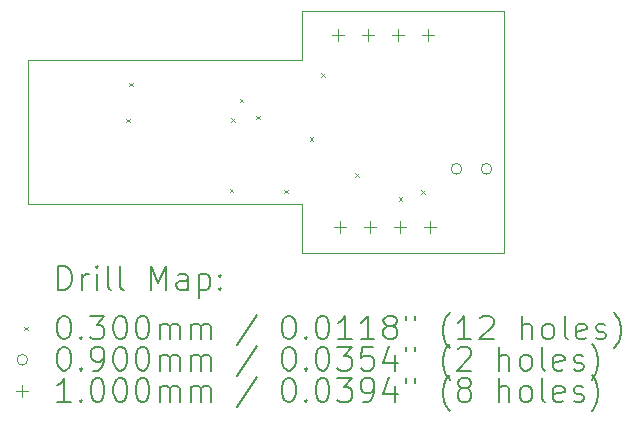
<source format=gbr>
%TF.GenerationSoftware,KiCad,Pcbnew,9.0.1*%
%TF.CreationDate,2025-11-17T22:13:45+05:30*%
%TF.ProjectId,Project_1,50726f6a-6563-4745-9f31-2e6b69636164,rev?*%
%TF.SameCoordinates,Original*%
%TF.FileFunction,Drillmap*%
%TF.FilePolarity,Positive*%
%FSLAX45Y45*%
G04 Gerber Fmt 4.5, Leading zero omitted, Abs format (unit mm)*
G04 Created by KiCad (PCBNEW 9.0.1) date 2025-11-17 22:13:45*
%MOMM*%
%LPD*%
G01*
G04 APERTURE LIST*
%ADD10C,0.050000*%
%ADD11C,0.200000*%
%ADD12C,0.100000*%
G04 APERTURE END LIST*
D10*
X11445000Y-7110000D02*
X13770000Y-7110000D01*
X13770000Y-8745000D02*
X15475000Y-8745000D01*
X11445000Y-7110000D02*
X11445000Y-8330000D01*
X13770000Y-8330000D02*
X13770000Y-8745000D01*
X11445000Y-8330000D02*
X13770000Y-8330000D01*
X13770000Y-6695000D02*
X15475000Y-6695000D01*
X13770000Y-7110000D02*
X13770000Y-6695000D01*
X15475000Y-6695000D02*
X15475000Y-8745000D01*
D11*
D12*
X12280000Y-7610000D02*
X12310000Y-7640000D01*
X12310000Y-7610000D02*
X12280000Y-7640000D01*
X12305000Y-7305000D02*
X12335000Y-7335000D01*
X12335000Y-7305000D02*
X12305000Y-7335000D01*
X13155000Y-8205000D02*
X13185000Y-8235000D01*
X13185000Y-8205000D02*
X13155000Y-8235000D01*
X13165000Y-7605000D02*
X13195000Y-7635000D01*
X13195000Y-7605000D02*
X13165000Y-7635000D01*
X13240000Y-7440000D02*
X13270000Y-7470000D01*
X13270000Y-7440000D02*
X13240000Y-7470000D01*
X13380000Y-7585000D02*
X13410000Y-7615000D01*
X13410000Y-7585000D02*
X13380000Y-7615000D01*
X13615000Y-8210000D02*
X13645000Y-8240000D01*
X13645000Y-8210000D02*
X13615000Y-8240000D01*
X13830000Y-7765000D02*
X13860000Y-7795000D01*
X13860000Y-7765000D02*
X13830000Y-7795000D01*
X13930000Y-7225000D02*
X13960000Y-7255000D01*
X13960000Y-7225000D02*
X13930000Y-7255000D01*
X14215000Y-8070000D02*
X14245000Y-8100000D01*
X14245000Y-8070000D02*
X14215000Y-8100000D01*
X14585000Y-8275000D02*
X14615000Y-8305000D01*
X14615000Y-8275000D02*
X14585000Y-8305000D01*
X14775000Y-8215000D02*
X14805000Y-8245000D01*
X14805000Y-8215000D02*
X14775000Y-8245000D01*
X15118000Y-8035000D02*
G75*
G02*
X15028000Y-8035000I-45000J0D01*
G01*
X15028000Y-8035000D02*
G75*
G02*
X15118000Y-8035000I45000J0D01*
G01*
X15372000Y-8035000D02*
G75*
G02*
X15282000Y-8035000I-45000J0D01*
G01*
X15282000Y-8035000D02*
G75*
G02*
X15372000Y-8035000I45000J0D01*
G01*
X14073000Y-6850000D02*
X14073000Y-6950000D01*
X14023000Y-6900000D02*
X14123000Y-6900000D01*
X14089000Y-8475000D02*
X14089000Y-8575000D01*
X14039000Y-8525000D02*
X14139000Y-8525000D01*
X14327000Y-6850000D02*
X14327000Y-6950000D01*
X14277000Y-6900000D02*
X14377000Y-6900000D01*
X14343000Y-8475000D02*
X14343000Y-8575000D01*
X14293000Y-8525000D02*
X14393000Y-8525000D01*
X14581000Y-6850000D02*
X14581000Y-6950000D01*
X14531000Y-6900000D02*
X14631000Y-6900000D01*
X14597000Y-8475000D02*
X14597000Y-8575000D01*
X14547000Y-8525000D02*
X14647000Y-8525000D01*
X14835000Y-6850000D02*
X14835000Y-6950000D01*
X14785000Y-6900000D02*
X14885000Y-6900000D01*
X14851000Y-8475000D02*
X14851000Y-8575000D01*
X14801000Y-8525000D02*
X14901000Y-8525000D01*
D11*
X11703277Y-9058984D02*
X11703277Y-8858984D01*
X11703277Y-8858984D02*
X11750896Y-8858984D01*
X11750896Y-8858984D02*
X11779467Y-8868508D01*
X11779467Y-8868508D02*
X11798515Y-8887555D01*
X11798515Y-8887555D02*
X11808039Y-8906603D01*
X11808039Y-8906603D02*
X11817562Y-8944698D01*
X11817562Y-8944698D02*
X11817562Y-8973270D01*
X11817562Y-8973270D02*
X11808039Y-9011365D01*
X11808039Y-9011365D02*
X11798515Y-9030412D01*
X11798515Y-9030412D02*
X11779467Y-9049460D01*
X11779467Y-9049460D02*
X11750896Y-9058984D01*
X11750896Y-9058984D02*
X11703277Y-9058984D01*
X11903277Y-9058984D02*
X11903277Y-8925650D01*
X11903277Y-8963746D02*
X11912801Y-8944698D01*
X11912801Y-8944698D02*
X11922324Y-8935174D01*
X11922324Y-8935174D02*
X11941372Y-8925650D01*
X11941372Y-8925650D02*
X11960420Y-8925650D01*
X12027086Y-9058984D02*
X12027086Y-8925650D01*
X12027086Y-8858984D02*
X12017562Y-8868508D01*
X12017562Y-8868508D02*
X12027086Y-8878031D01*
X12027086Y-8878031D02*
X12036610Y-8868508D01*
X12036610Y-8868508D02*
X12027086Y-8858984D01*
X12027086Y-8858984D02*
X12027086Y-8878031D01*
X12150896Y-9058984D02*
X12131848Y-9049460D01*
X12131848Y-9049460D02*
X12122324Y-9030412D01*
X12122324Y-9030412D02*
X12122324Y-8858984D01*
X12255658Y-9058984D02*
X12236610Y-9049460D01*
X12236610Y-9049460D02*
X12227086Y-9030412D01*
X12227086Y-9030412D02*
X12227086Y-8858984D01*
X12484229Y-9058984D02*
X12484229Y-8858984D01*
X12484229Y-8858984D02*
X12550896Y-9001841D01*
X12550896Y-9001841D02*
X12617562Y-8858984D01*
X12617562Y-8858984D02*
X12617562Y-9058984D01*
X12798515Y-9058984D02*
X12798515Y-8954222D01*
X12798515Y-8954222D02*
X12788991Y-8935174D01*
X12788991Y-8935174D02*
X12769943Y-8925650D01*
X12769943Y-8925650D02*
X12731848Y-8925650D01*
X12731848Y-8925650D02*
X12712801Y-8935174D01*
X12798515Y-9049460D02*
X12779467Y-9058984D01*
X12779467Y-9058984D02*
X12731848Y-9058984D01*
X12731848Y-9058984D02*
X12712801Y-9049460D01*
X12712801Y-9049460D02*
X12703277Y-9030412D01*
X12703277Y-9030412D02*
X12703277Y-9011365D01*
X12703277Y-9011365D02*
X12712801Y-8992317D01*
X12712801Y-8992317D02*
X12731848Y-8982793D01*
X12731848Y-8982793D02*
X12779467Y-8982793D01*
X12779467Y-8982793D02*
X12798515Y-8973270D01*
X12893753Y-8925650D02*
X12893753Y-9125650D01*
X12893753Y-8935174D02*
X12912801Y-8925650D01*
X12912801Y-8925650D02*
X12950896Y-8925650D01*
X12950896Y-8925650D02*
X12969943Y-8935174D01*
X12969943Y-8935174D02*
X12979467Y-8944698D01*
X12979467Y-8944698D02*
X12988991Y-8963746D01*
X12988991Y-8963746D02*
X12988991Y-9020889D01*
X12988991Y-9020889D02*
X12979467Y-9039936D01*
X12979467Y-9039936D02*
X12969943Y-9049460D01*
X12969943Y-9049460D02*
X12950896Y-9058984D01*
X12950896Y-9058984D02*
X12912801Y-9058984D01*
X12912801Y-9058984D02*
X12893753Y-9049460D01*
X13074705Y-9039936D02*
X13084229Y-9049460D01*
X13084229Y-9049460D02*
X13074705Y-9058984D01*
X13074705Y-9058984D02*
X13065182Y-9049460D01*
X13065182Y-9049460D02*
X13074705Y-9039936D01*
X13074705Y-9039936D02*
X13074705Y-9058984D01*
X13074705Y-8935174D02*
X13084229Y-8944698D01*
X13084229Y-8944698D02*
X13074705Y-8954222D01*
X13074705Y-8954222D02*
X13065182Y-8944698D01*
X13065182Y-8944698D02*
X13074705Y-8935174D01*
X13074705Y-8935174D02*
X13074705Y-8954222D01*
D12*
X11412500Y-9372500D02*
X11442500Y-9402500D01*
X11442500Y-9372500D02*
X11412500Y-9402500D01*
D11*
X11741372Y-9278984D02*
X11760420Y-9278984D01*
X11760420Y-9278984D02*
X11779467Y-9288508D01*
X11779467Y-9288508D02*
X11788991Y-9298031D01*
X11788991Y-9298031D02*
X11798515Y-9317079D01*
X11798515Y-9317079D02*
X11808039Y-9355174D01*
X11808039Y-9355174D02*
X11808039Y-9402793D01*
X11808039Y-9402793D02*
X11798515Y-9440889D01*
X11798515Y-9440889D02*
X11788991Y-9459936D01*
X11788991Y-9459936D02*
X11779467Y-9469460D01*
X11779467Y-9469460D02*
X11760420Y-9478984D01*
X11760420Y-9478984D02*
X11741372Y-9478984D01*
X11741372Y-9478984D02*
X11722324Y-9469460D01*
X11722324Y-9469460D02*
X11712801Y-9459936D01*
X11712801Y-9459936D02*
X11703277Y-9440889D01*
X11703277Y-9440889D02*
X11693753Y-9402793D01*
X11693753Y-9402793D02*
X11693753Y-9355174D01*
X11693753Y-9355174D02*
X11703277Y-9317079D01*
X11703277Y-9317079D02*
X11712801Y-9298031D01*
X11712801Y-9298031D02*
X11722324Y-9288508D01*
X11722324Y-9288508D02*
X11741372Y-9278984D01*
X11893753Y-9459936D02*
X11903277Y-9469460D01*
X11903277Y-9469460D02*
X11893753Y-9478984D01*
X11893753Y-9478984D02*
X11884229Y-9469460D01*
X11884229Y-9469460D02*
X11893753Y-9459936D01*
X11893753Y-9459936D02*
X11893753Y-9478984D01*
X11969943Y-9278984D02*
X12093753Y-9278984D01*
X12093753Y-9278984D02*
X12027086Y-9355174D01*
X12027086Y-9355174D02*
X12055658Y-9355174D01*
X12055658Y-9355174D02*
X12074705Y-9364698D01*
X12074705Y-9364698D02*
X12084229Y-9374222D01*
X12084229Y-9374222D02*
X12093753Y-9393270D01*
X12093753Y-9393270D02*
X12093753Y-9440889D01*
X12093753Y-9440889D02*
X12084229Y-9459936D01*
X12084229Y-9459936D02*
X12074705Y-9469460D01*
X12074705Y-9469460D02*
X12055658Y-9478984D01*
X12055658Y-9478984D02*
X11998515Y-9478984D01*
X11998515Y-9478984D02*
X11979467Y-9469460D01*
X11979467Y-9469460D02*
X11969943Y-9459936D01*
X12217562Y-9278984D02*
X12236610Y-9278984D01*
X12236610Y-9278984D02*
X12255658Y-9288508D01*
X12255658Y-9288508D02*
X12265182Y-9298031D01*
X12265182Y-9298031D02*
X12274705Y-9317079D01*
X12274705Y-9317079D02*
X12284229Y-9355174D01*
X12284229Y-9355174D02*
X12284229Y-9402793D01*
X12284229Y-9402793D02*
X12274705Y-9440889D01*
X12274705Y-9440889D02*
X12265182Y-9459936D01*
X12265182Y-9459936D02*
X12255658Y-9469460D01*
X12255658Y-9469460D02*
X12236610Y-9478984D01*
X12236610Y-9478984D02*
X12217562Y-9478984D01*
X12217562Y-9478984D02*
X12198515Y-9469460D01*
X12198515Y-9469460D02*
X12188991Y-9459936D01*
X12188991Y-9459936D02*
X12179467Y-9440889D01*
X12179467Y-9440889D02*
X12169943Y-9402793D01*
X12169943Y-9402793D02*
X12169943Y-9355174D01*
X12169943Y-9355174D02*
X12179467Y-9317079D01*
X12179467Y-9317079D02*
X12188991Y-9298031D01*
X12188991Y-9298031D02*
X12198515Y-9288508D01*
X12198515Y-9288508D02*
X12217562Y-9278984D01*
X12408039Y-9278984D02*
X12427086Y-9278984D01*
X12427086Y-9278984D02*
X12446134Y-9288508D01*
X12446134Y-9288508D02*
X12455658Y-9298031D01*
X12455658Y-9298031D02*
X12465182Y-9317079D01*
X12465182Y-9317079D02*
X12474705Y-9355174D01*
X12474705Y-9355174D02*
X12474705Y-9402793D01*
X12474705Y-9402793D02*
X12465182Y-9440889D01*
X12465182Y-9440889D02*
X12455658Y-9459936D01*
X12455658Y-9459936D02*
X12446134Y-9469460D01*
X12446134Y-9469460D02*
X12427086Y-9478984D01*
X12427086Y-9478984D02*
X12408039Y-9478984D01*
X12408039Y-9478984D02*
X12388991Y-9469460D01*
X12388991Y-9469460D02*
X12379467Y-9459936D01*
X12379467Y-9459936D02*
X12369943Y-9440889D01*
X12369943Y-9440889D02*
X12360420Y-9402793D01*
X12360420Y-9402793D02*
X12360420Y-9355174D01*
X12360420Y-9355174D02*
X12369943Y-9317079D01*
X12369943Y-9317079D02*
X12379467Y-9298031D01*
X12379467Y-9298031D02*
X12388991Y-9288508D01*
X12388991Y-9288508D02*
X12408039Y-9278984D01*
X12560420Y-9478984D02*
X12560420Y-9345650D01*
X12560420Y-9364698D02*
X12569943Y-9355174D01*
X12569943Y-9355174D02*
X12588991Y-9345650D01*
X12588991Y-9345650D02*
X12617563Y-9345650D01*
X12617563Y-9345650D02*
X12636610Y-9355174D01*
X12636610Y-9355174D02*
X12646134Y-9374222D01*
X12646134Y-9374222D02*
X12646134Y-9478984D01*
X12646134Y-9374222D02*
X12655658Y-9355174D01*
X12655658Y-9355174D02*
X12674705Y-9345650D01*
X12674705Y-9345650D02*
X12703277Y-9345650D01*
X12703277Y-9345650D02*
X12722324Y-9355174D01*
X12722324Y-9355174D02*
X12731848Y-9374222D01*
X12731848Y-9374222D02*
X12731848Y-9478984D01*
X12827086Y-9478984D02*
X12827086Y-9345650D01*
X12827086Y-9364698D02*
X12836610Y-9355174D01*
X12836610Y-9355174D02*
X12855658Y-9345650D01*
X12855658Y-9345650D02*
X12884229Y-9345650D01*
X12884229Y-9345650D02*
X12903277Y-9355174D01*
X12903277Y-9355174D02*
X12912801Y-9374222D01*
X12912801Y-9374222D02*
X12912801Y-9478984D01*
X12912801Y-9374222D02*
X12922324Y-9355174D01*
X12922324Y-9355174D02*
X12941372Y-9345650D01*
X12941372Y-9345650D02*
X12969943Y-9345650D01*
X12969943Y-9345650D02*
X12988991Y-9355174D01*
X12988991Y-9355174D02*
X12998515Y-9374222D01*
X12998515Y-9374222D02*
X12998515Y-9478984D01*
X13388991Y-9269460D02*
X13217563Y-9526603D01*
X13646134Y-9278984D02*
X13665182Y-9278984D01*
X13665182Y-9278984D02*
X13684229Y-9288508D01*
X13684229Y-9288508D02*
X13693753Y-9298031D01*
X13693753Y-9298031D02*
X13703277Y-9317079D01*
X13703277Y-9317079D02*
X13712801Y-9355174D01*
X13712801Y-9355174D02*
X13712801Y-9402793D01*
X13712801Y-9402793D02*
X13703277Y-9440889D01*
X13703277Y-9440889D02*
X13693753Y-9459936D01*
X13693753Y-9459936D02*
X13684229Y-9469460D01*
X13684229Y-9469460D02*
X13665182Y-9478984D01*
X13665182Y-9478984D02*
X13646134Y-9478984D01*
X13646134Y-9478984D02*
X13627086Y-9469460D01*
X13627086Y-9469460D02*
X13617563Y-9459936D01*
X13617563Y-9459936D02*
X13608039Y-9440889D01*
X13608039Y-9440889D02*
X13598515Y-9402793D01*
X13598515Y-9402793D02*
X13598515Y-9355174D01*
X13598515Y-9355174D02*
X13608039Y-9317079D01*
X13608039Y-9317079D02*
X13617563Y-9298031D01*
X13617563Y-9298031D02*
X13627086Y-9288508D01*
X13627086Y-9288508D02*
X13646134Y-9278984D01*
X13798515Y-9459936D02*
X13808039Y-9469460D01*
X13808039Y-9469460D02*
X13798515Y-9478984D01*
X13798515Y-9478984D02*
X13788991Y-9469460D01*
X13788991Y-9469460D02*
X13798515Y-9459936D01*
X13798515Y-9459936D02*
X13798515Y-9478984D01*
X13931848Y-9278984D02*
X13950896Y-9278984D01*
X13950896Y-9278984D02*
X13969944Y-9288508D01*
X13969944Y-9288508D02*
X13979467Y-9298031D01*
X13979467Y-9298031D02*
X13988991Y-9317079D01*
X13988991Y-9317079D02*
X13998515Y-9355174D01*
X13998515Y-9355174D02*
X13998515Y-9402793D01*
X13998515Y-9402793D02*
X13988991Y-9440889D01*
X13988991Y-9440889D02*
X13979467Y-9459936D01*
X13979467Y-9459936D02*
X13969944Y-9469460D01*
X13969944Y-9469460D02*
X13950896Y-9478984D01*
X13950896Y-9478984D02*
X13931848Y-9478984D01*
X13931848Y-9478984D02*
X13912801Y-9469460D01*
X13912801Y-9469460D02*
X13903277Y-9459936D01*
X13903277Y-9459936D02*
X13893753Y-9440889D01*
X13893753Y-9440889D02*
X13884229Y-9402793D01*
X13884229Y-9402793D02*
X13884229Y-9355174D01*
X13884229Y-9355174D02*
X13893753Y-9317079D01*
X13893753Y-9317079D02*
X13903277Y-9298031D01*
X13903277Y-9298031D02*
X13912801Y-9288508D01*
X13912801Y-9288508D02*
X13931848Y-9278984D01*
X14188991Y-9478984D02*
X14074706Y-9478984D01*
X14131848Y-9478984D02*
X14131848Y-9278984D01*
X14131848Y-9278984D02*
X14112801Y-9307555D01*
X14112801Y-9307555D02*
X14093753Y-9326603D01*
X14093753Y-9326603D02*
X14074706Y-9336127D01*
X14379467Y-9478984D02*
X14265182Y-9478984D01*
X14322325Y-9478984D02*
X14322325Y-9278984D01*
X14322325Y-9278984D02*
X14303277Y-9307555D01*
X14303277Y-9307555D02*
X14284229Y-9326603D01*
X14284229Y-9326603D02*
X14265182Y-9336127D01*
X14493753Y-9364698D02*
X14474706Y-9355174D01*
X14474706Y-9355174D02*
X14465182Y-9345650D01*
X14465182Y-9345650D02*
X14455658Y-9326603D01*
X14455658Y-9326603D02*
X14455658Y-9317079D01*
X14455658Y-9317079D02*
X14465182Y-9298031D01*
X14465182Y-9298031D02*
X14474706Y-9288508D01*
X14474706Y-9288508D02*
X14493753Y-9278984D01*
X14493753Y-9278984D02*
X14531848Y-9278984D01*
X14531848Y-9278984D02*
X14550896Y-9288508D01*
X14550896Y-9288508D02*
X14560420Y-9298031D01*
X14560420Y-9298031D02*
X14569944Y-9317079D01*
X14569944Y-9317079D02*
X14569944Y-9326603D01*
X14569944Y-9326603D02*
X14560420Y-9345650D01*
X14560420Y-9345650D02*
X14550896Y-9355174D01*
X14550896Y-9355174D02*
X14531848Y-9364698D01*
X14531848Y-9364698D02*
X14493753Y-9364698D01*
X14493753Y-9364698D02*
X14474706Y-9374222D01*
X14474706Y-9374222D02*
X14465182Y-9383746D01*
X14465182Y-9383746D02*
X14455658Y-9402793D01*
X14455658Y-9402793D02*
X14455658Y-9440889D01*
X14455658Y-9440889D02*
X14465182Y-9459936D01*
X14465182Y-9459936D02*
X14474706Y-9469460D01*
X14474706Y-9469460D02*
X14493753Y-9478984D01*
X14493753Y-9478984D02*
X14531848Y-9478984D01*
X14531848Y-9478984D02*
X14550896Y-9469460D01*
X14550896Y-9469460D02*
X14560420Y-9459936D01*
X14560420Y-9459936D02*
X14569944Y-9440889D01*
X14569944Y-9440889D02*
X14569944Y-9402793D01*
X14569944Y-9402793D02*
X14560420Y-9383746D01*
X14560420Y-9383746D02*
X14550896Y-9374222D01*
X14550896Y-9374222D02*
X14531848Y-9364698D01*
X14646134Y-9278984D02*
X14646134Y-9317079D01*
X14722325Y-9278984D02*
X14722325Y-9317079D01*
X15017563Y-9555174D02*
X15008039Y-9545650D01*
X15008039Y-9545650D02*
X14988991Y-9517079D01*
X14988991Y-9517079D02*
X14979468Y-9498031D01*
X14979468Y-9498031D02*
X14969944Y-9469460D01*
X14969944Y-9469460D02*
X14960420Y-9421841D01*
X14960420Y-9421841D02*
X14960420Y-9383746D01*
X14960420Y-9383746D02*
X14969944Y-9336127D01*
X14969944Y-9336127D02*
X14979468Y-9307555D01*
X14979468Y-9307555D02*
X14988991Y-9288508D01*
X14988991Y-9288508D02*
X15008039Y-9259936D01*
X15008039Y-9259936D02*
X15017563Y-9250412D01*
X15198515Y-9478984D02*
X15084229Y-9478984D01*
X15141372Y-9478984D02*
X15141372Y-9278984D01*
X15141372Y-9278984D02*
X15122325Y-9307555D01*
X15122325Y-9307555D02*
X15103277Y-9326603D01*
X15103277Y-9326603D02*
X15084229Y-9336127D01*
X15274706Y-9298031D02*
X15284229Y-9288508D01*
X15284229Y-9288508D02*
X15303277Y-9278984D01*
X15303277Y-9278984D02*
X15350896Y-9278984D01*
X15350896Y-9278984D02*
X15369944Y-9288508D01*
X15369944Y-9288508D02*
X15379468Y-9298031D01*
X15379468Y-9298031D02*
X15388991Y-9317079D01*
X15388991Y-9317079D02*
X15388991Y-9336127D01*
X15388991Y-9336127D02*
X15379468Y-9364698D01*
X15379468Y-9364698D02*
X15265182Y-9478984D01*
X15265182Y-9478984D02*
X15388991Y-9478984D01*
X15627087Y-9478984D02*
X15627087Y-9278984D01*
X15712801Y-9478984D02*
X15712801Y-9374222D01*
X15712801Y-9374222D02*
X15703277Y-9355174D01*
X15703277Y-9355174D02*
X15684230Y-9345650D01*
X15684230Y-9345650D02*
X15655658Y-9345650D01*
X15655658Y-9345650D02*
X15636610Y-9355174D01*
X15636610Y-9355174D02*
X15627087Y-9364698D01*
X15836610Y-9478984D02*
X15817563Y-9469460D01*
X15817563Y-9469460D02*
X15808039Y-9459936D01*
X15808039Y-9459936D02*
X15798515Y-9440889D01*
X15798515Y-9440889D02*
X15798515Y-9383746D01*
X15798515Y-9383746D02*
X15808039Y-9364698D01*
X15808039Y-9364698D02*
X15817563Y-9355174D01*
X15817563Y-9355174D02*
X15836610Y-9345650D01*
X15836610Y-9345650D02*
X15865182Y-9345650D01*
X15865182Y-9345650D02*
X15884230Y-9355174D01*
X15884230Y-9355174D02*
X15893753Y-9364698D01*
X15893753Y-9364698D02*
X15903277Y-9383746D01*
X15903277Y-9383746D02*
X15903277Y-9440889D01*
X15903277Y-9440889D02*
X15893753Y-9459936D01*
X15893753Y-9459936D02*
X15884230Y-9469460D01*
X15884230Y-9469460D02*
X15865182Y-9478984D01*
X15865182Y-9478984D02*
X15836610Y-9478984D01*
X16017563Y-9478984D02*
X15998515Y-9469460D01*
X15998515Y-9469460D02*
X15988991Y-9450412D01*
X15988991Y-9450412D02*
X15988991Y-9278984D01*
X16169944Y-9469460D02*
X16150896Y-9478984D01*
X16150896Y-9478984D02*
X16112801Y-9478984D01*
X16112801Y-9478984D02*
X16093753Y-9469460D01*
X16093753Y-9469460D02*
X16084230Y-9450412D01*
X16084230Y-9450412D02*
X16084230Y-9374222D01*
X16084230Y-9374222D02*
X16093753Y-9355174D01*
X16093753Y-9355174D02*
X16112801Y-9345650D01*
X16112801Y-9345650D02*
X16150896Y-9345650D01*
X16150896Y-9345650D02*
X16169944Y-9355174D01*
X16169944Y-9355174D02*
X16179468Y-9374222D01*
X16179468Y-9374222D02*
X16179468Y-9393270D01*
X16179468Y-9393270D02*
X16084230Y-9412317D01*
X16255658Y-9469460D02*
X16274706Y-9478984D01*
X16274706Y-9478984D02*
X16312801Y-9478984D01*
X16312801Y-9478984D02*
X16331849Y-9469460D01*
X16331849Y-9469460D02*
X16341372Y-9450412D01*
X16341372Y-9450412D02*
X16341372Y-9440889D01*
X16341372Y-9440889D02*
X16331849Y-9421841D01*
X16331849Y-9421841D02*
X16312801Y-9412317D01*
X16312801Y-9412317D02*
X16284230Y-9412317D01*
X16284230Y-9412317D02*
X16265182Y-9402793D01*
X16265182Y-9402793D02*
X16255658Y-9383746D01*
X16255658Y-9383746D02*
X16255658Y-9374222D01*
X16255658Y-9374222D02*
X16265182Y-9355174D01*
X16265182Y-9355174D02*
X16284230Y-9345650D01*
X16284230Y-9345650D02*
X16312801Y-9345650D01*
X16312801Y-9345650D02*
X16331849Y-9355174D01*
X16408039Y-9555174D02*
X16417563Y-9545650D01*
X16417563Y-9545650D02*
X16436611Y-9517079D01*
X16436611Y-9517079D02*
X16446134Y-9498031D01*
X16446134Y-9498031D02*
X16455658Y-9469460D01*
X16455658Y-9469460D02*
X16465182Y-9421841D01*
X16465182Y-9421841D02*
X16465182Y-9383746D01*
X16465182Y-9383746D02*
X16455658Y-9336127D01*
X16455658Y-9336127D02*
X16446134Y-9307555D01*
X16446134Y-9307555D02*
X16436611Y-9288508D01*
X16436611Y-9288508D02*
X16417563Y-9259936D01*
X16417563Y-9259936D02*
X16408039Y-9250412D01*
D12*
X11442500Y-9651500D02*
G75*
G02*
X11352500Y-9651500I-45000J0D01*
G01*
X11352500Y-9651500D02*
G75*
G02*
X11442500Y-9651500I45000J0D01*
G01*
D11*
X11741372Y-9542984D02*
X11760420Y-9542984D01*
X11760420Y-9542984D02*
X11779467Y-9552508D01*
X11779467Y-9552508D02*
X11788991Y-9562031D01*
X11788991Y-9562031D02*
X11798515Y-9581079D01*
X11798515Y-9581079D02*
X11808039Y-9619174D01*
X11808039Y-9619174D02*
X11808039Y-9666793D01*
X11808039Y-9666793D02*
X11798515Y-9704889D01*
X11798515Y-9704889D02*
X11788991Y-9723936D01*
X11788991Y-9723936D02*
X11779467Y-9733460D01*
X11779467Y-9733460D02*
X11760420Y-9742984D01*
X11760420Y-9742984D02*
X11741372Y-9742984D01*
X11741372Y-9742984D02*
X11722324Y-9733460D01*
X11722324Y-9733460D02*
X11712801Y-9723936D01*
X11712801Y-9723936D02*
X11703277Y-9704889D01*
X11703277Y-9704889D02*
X11693753Y-9666793D01*
X11693753Y-9666793D02*
X11693753Y-9619174D01*
X11693753Y-9619174D02*
X11703277Y-9581079D01*
X11703277Y-9581079D02*
X11712801Y-9562031D01*
X11712801Y-9562031D02*
X11722324Y-9552508D01*
X11722324Y-9552508D02*
X11741372Y-9542984D01*
X11893753Y-9723936D02*
X11903277Y-9733460D01*
X11903277Y-9733460D02*
X11893753Y-9742984D01*
X11893753Y-9742984D02*
X11884229Y-9733460D01*
X11884229Y-9733460D02*
X11893753Y-9723936D01*
X11893753Y-9723936D02*
X11893753Y-9742984D01*
X11998515Y-9742984D02*
X12036610Y-9742984D01*
X12036610Y-9742984D02*
X12055658Y-9733460D01*
X12055658Y-9733460D02*
X12065182Y-9723936D01*
X12065182Y-9723936D02*
X12084229Y-9695365D01*
X12084229Y-9695365D02*
X12093753Y-9657270D01*
X12093753Y-9657270D02*
X12093753Y-9581079D01*
X12093753Y-9581079D02*
X12084229Y-9562031D01*
X12084229Y-9562031D02*
X12074705Y-9552508D01*
X12074705Y-9552508D02*
X12055658Y-9542984D01*
X12055658Y-9542984D02*
X12017562Y-9542984D01*
X12017562Y-9542984D02*
X11998515Y-9552508D01*
X11998515Y-9552508D02*
X11988991Y-9562031D01*
X11988991Y-9562031D02*
X11979467Y-9581079D01*
X11979467Y-9581079D02*
X11979467Y-9628698D01*
X11979467Y-9628698D02*
X11988991Y-9647746D01*
X11988991Y-9647746D02*
X11998515Y-9657270D01*
X11998515Y-9657270D02*
X12017562Y-9666793D01*
X12017562Y-9666793D02*
X12055658Y-9666793D01*
X12055658Y-9666793D02*
X12074705Y-9657270D01*
X12074705Y-9657270D02*
X12084229Y-9647746D01*
X12084229Y-9647746D02*
X12093753Y-9628698D01*
X12217562Y-9542984D02*
X12236610Y-9542984D01*
X12236610Y-9542984D02*
X12255658Y-9552508D01*
X12255658Y-9552508D02*
X12265182Y-9562031D01*
X12265182Y-9562031D02*
X12274705Y-9581079D01*
X12274705Y-9581079D02*
X12284229Y-9619174D01*
X12284229Y-9619174D02*
X12284229Y-9666793D01*
X12284229Y-9666793D02*
X12274705Y-9704889D01*
X12274705Y-9704889D02*
X12265182Y-9723936D01*
X12265182Y-9723936D02*
X12255658Y-9733460D01*
X12255658Y-9733460D02*
X12236610Y-9742984D01*
X12236610Y-9742984D02*
X12217562Y-9742984D01*
X12217562Y-9742984D02*
X12198515Y-9733460D01*
X12198515Y-9733460D02*
X12188991Y-9723936D01*
X12188991Y-9723936D02*
X12179467Y-9704889D01*
X12179467Y-9704889D02*
X12169943Y-9666793D01*
X12169943Y-9666793D02*
X12169943Y-9619174D01*
X12169943Y-9619174D02*
X12179467Y-9581079D01*
X12179467Y-9581079D02*
X12188991Y-9562031D01*
X12188991Y-9562031D02*
X12198515Y-9552508D01*
X12198515Y-9552508D02*
X12217562Y-9542984D01*
X12408039Y-9542984D02*
X12427086Y-9542984D01*
X12427086Y-9542984D02*
X12446134Y-9552508D01*
X12446134Y-9552508D02*
X12455658Y-9562031D01*
X12455658Y-9562031D02*
X12465182Y-9581079D01*
X12465182Y-9581079D02*
X12474705Y-9619174D01*
X12474705Y-9619174D02*
X12474705Y-9666793D01*
X12474705Y-9666793D02*
X12465182Y-9704889D01*
X12465182Y-9704889D02*
X12455658Y-9723936D01*
X12455658Y-9723936D02*
X12446134Y-9733460D01*
X12446134Y-9733460D02*
X12427086Y-9742984D01*
X12427086Y-9742984D02*
X12408039Y-9742984D01*
X12408039Y-9742984D02*
X12388991Y-9733460D01*
X12388991Y-9733460D02*
X12379467Y-9723936D01*
X12379467Y-9723936D02*
X12369943Y-9704889D01*
X12369943Y-9704889D02*
X12360420Y-9666793D01*
X12360420Y-9666793D02*
X12360420Y-9619174D01*
X12360420Y-9619174D02*
X12369943Y-9581079D01*
X12369943Y-9581079D02*
X12379467Y-9562031D01*
X12379467Y-9562031D02*
X12388991Y-9552508D01*
X12388991Y-9552508D02*
X12408039Y-9542984D01*
X12560420Y-9742984D02*
X12560420Y-9609650D01*
X12560420Y-9628698D02*
X12569943Y-9619174D01*
X12569943Y-9619174D02*
X12588991Y-9609650D01*
X12588991Y-9609650D02*
X12617563Y-9609650D01*
X12617563Y-9609650D02*
X12636610Y-9619174D01*
X12636610Y-9619174D02*
X12646134Y-9638222D01*
X12646134Y-9638222D02*
X12646134Y-9742984D01*
X12646134Y-9638222D02*
X12655658Y-9619174D01*
X12655658Y-9619174D02*
X12674705Y-9609650D01*
X12674705Y-9609650D02*
X12703277Y-9609650D01*
X12703277Y-9609650D02*
X12722324Y-9619174D01*
X12722324Y-9619174D02*
X12731848Y-9638222D01*
X12731848Y-9638222D02*
X12731848Y-9742984D01*
X12827086Y-9742984D02*
X12827086Y-9609650D01*
X12827086Y-9628698D02*
X12836610Y-9619174D01*
X12836610Y-9619174D02*
X12855658Y-9609650D01*
X12855658Y-9609650D02*
X12884229Y-9609650D01*
X12884229Y-9609650D02*
X12903277Y-9619174D01*
X12903277Y-9619174D02*
X12912801Y-9638222D01*
X12912801Y-9638222D02*
X12912801Y-9742984D01*
X12912801Y-9638222D02*
X12922324Y-9619174D01*
X12922324Y-9619174D02*
X12941372Y-9609650D01*
X12941372Y-9609650D02*
X12969943Y-9609650D01*
X12969943Y-9609650D02*
X12988991Y-9619174D01*
X12988991Y-9619174D02*
X12998515Y-9638222D01*
X12998515Y-9638222D02*
X12998515Y-9742984D01*
X13388991Y-9533460D02*
X13217563Y-9790603D01*
X13646134Y-9542984D02*
X13665182Y-9542984D01*
X13665182Y-9542984D02*
X13684229Y-9552508D01*
X13684229Y-9552508D02*
X13693753Y-9562031D01*
X13693753Y-9562031D02*
X13703277Y-9581079D01*
X13703277Y-9581079D02*
X13712801Y-9619174D01*
X13712801Y-9619174D02*
X13712801Y-9666793D01*
X13712801Y-9666793D02*
X13703277Y-9704889D01*
X13703277Y-9704889D02*
X13693753Y-9723936D01*
X13693753Y-9723936D02*
X13684229Y-9733460D01*
X13684229Y-9733460D02*
X13665182Y-9742984D01*
X13665182Y-9742984D02*
X13646134Y-9742984D01*
X13646134Y-9742984D02*
X13627086Y-9733460D01*
X13627086Y-9733460D02*
X13617563Y-9723936D01*
X13617563Y-9723936D02*
X13608039Y-9704889D01*
X13608039Y-9704889D02*
X13598515Y-9666793D01*
X13598515Y-9666793D02*
X13598515Y-9619174D01*
X13598515Y-9619174D02*
X13608039Y-9581079D01*
X13608039Y-9581079D02*
X13617563Y-9562031D01*
X13617563Y-9562031D02*
X13627086Y-9552508D01*
X13627086Y-9552508D02*
X13646134Y-9542984D01*
X13798515Y-9723936D02*
X13808039Y-9733460D01*
X13808039Y-9733460D02*
X13798515Y-9742984D01*
X13798515Y-9742984D02*
X13788991Y-9733460D01*
X13788991Y-9733460D02*
X13798515Y-9723936D01*
X13798515Y-9723936D02*
X13798515Y-9742984D01*
X13931848Y-9542984D02*
X13950896Y-9542984D01*
X13950896Y-9542984D02*
X13969944Y-9552508D01*
X13969944Y-9552508D02*
X13979467Y-9562031D01*
X13979467Y-9562031D02*
X13988991Y-9581079D01*
X13988991Y-9581079D02*
X13998515Y-9619174D01*
X13998515Y-9619174D02*
X13998515Y-9666793D01*
X13998515Y-9666793D02*
X13988991Y-9704889D01*
X13988991Y-9704889D02*
X13979467Y-9723936D01*
X13979467Y-9723936D02*
X13969944Y-9733460D01*
X13969944Y-9733460D02*
X13950896Y-9742984D01*
X13950896Y-9742984D02*
X13931848Y-9742984D01*
X13931848Y-9742984D02*
X13912801Y-9733460D01*
X13912801Y-9733460D02*
X13903277Y-9723936D01*
X13903277Y-9723936D02*
X13893753Y-9704889D01*
X13893753Y-9704889D02*
X13884229Y-9666793D01*
X13884229Y-9666793D02*
X13884229Y-9619174D01*
X13884229Y-9619174D02*
X13893753Y-9581079D01*
X13893753Y-9581079D02*
X13903277Y-9562031D01*
X13903277Y-9562031D02*
X13912801Y-9552508D01*
X13912801Y-9552508D02*
X13931848Y-9542984D01*
X14065182Y-9542984D02*
X14188991Y-9542984D01*
X14188991Y-9542984D02*
X14122325Y-9619174D01*
X14122325Y-9619174D02*
X14150896Y-9619174D01*
X14150896Y-9619174D02*
X14169944Y-9628698D01*
X14169944Y-9628698D02*
X14179467Y-9638222D01*
X14179467Y-9638222D02*
X14188991Y-9657270D01*
X14188991Y-9657270D02*
X14188991Y-9704889D01*
X14188991Y-9704889D02*
X14179467Y-9723936D01*
X14179467Y-9723936D02*
X14169944Y-9733460D01*
X14169944Y-9733460D02*
X14150896Y-9742984D01*
X14150896Y-9742984D02*
X14093753Y-9742984D01*
X14093753Y-9742984D02*
X14074706Y-9733460D01*
X14074706Y-9733460D02*
X14065182Y-9723936D01*
X14369944Y-9542984D02*
X14274706Y-9542984D01*
X14274706Y-9542984D02*
X14265182Y-9638222D01*
X14265182Y-9638222D02*
X14274706Y-9628698D01*
X14274706Y-9628698D02*
X14293753Y-9619174D01*
X14293753Y-9619174D02*
X14341372Y-9619174D01*
X14341372Y-9619174D02*
X14360420Y-9628698D01*
X14360420Y-9628698D02*
X14369944Y-9638222D01*
X14369944Y-9638222D02*
X14379467Y-9657270D01*
X14379467Y-9657270D02*
X14379467Y-9704889D01*
X14379467Y-9704889D02*
X14369944Y-9723936D01*
X14369944Y-9723936D02*
X14360420Y-9733460D01*
X14360420Y-9733460D02*
X14341372Y-9742984D01*
X14341372Y-9742984D02*
X14293753Y-9742984D01*
X14293753Y-9742984D02*
X14274706Y-9733460D01*
X14274706Y-9733460D02*
X14265182Y-9723936D01*
X14550896Y-9609650D02*
X14550896Y-9742984D01*
X14503277Y-9533460D02*
X14455658Y-9676317D01*
X14455658Y-9676317D02*
X14579467Y-9676317D01*
X14646134Y-9542984D02*
X14646134Y-9581079D01*
X14722325Y-9542984D02*
X14722325Y-9581079D01*
X15017563Y-9819174D02*
X15008039Y-9809650D01*
X15008039Y-9809650D02*
X14988991Y-9781079D01*
X14988991Y-9781079D02*
X14979468Y-9762031D01*
X14979468Y-9762031D02*
X14969944Y-9733460D01*
X14969944Y-9733460D02*
X14960420Y-9685841D01*
X14960420Y-9685841D02*
X14960420Y-9647746D01*
X14960420Y-9647746D02*
X14969944Y-9600127D01*
X14969944Y-9600127D02*
X14979468Y-9571555D01*
X14979468Y-9571555D02*
X14988991Y-9552508D01*
X14988991Y-9552508D02*
X15008039Y-9523936D01*
X15008039Y-9523936D02*
X15017563Y-9514412D01*
X15084229Y-9562031D02*
X15093753Y-9552508D01*
X15093753Y-9552508D02*
X15112801Y-9542984D01*
X15112801Y-9542984D02*
X15160420Y-9542984D01*
X15160420Y-9542984D02*
X15179468Y-9552508D01*
X15179468Y-9552508D02*
X15188991Y-9562031D01*
X15188991Y-9562031D02*
X15198515Y-9581079D01*
X15198515Y-9581079D02*
X15198515Y-9600127D01*
X15198515Y-9600127D02*
X15188991Y-9628698D01*
X15188991Y-9628698D02*
X15074706Y-9742984D01*
X15074706Y-9742984D02*
X15198515Y-9742984D01*
X15436610Y-9742984D02*
X15436610Y-9542984D01*
X15522325Y-9742984D02*
X15522325Y-9638222D01*
X15522325Y-9638222D02*
X15512801Y-9619174D01*
X15512801Y-9619174D02*
X15493753Y-9609650D01*
X15493753Y-9609650D02*
X15465182Y-9609650D01*
X15465182Y-9609650D02*
X15446134Y-9619174D01*
X15446134Y-9619174D02*
X15436610Y-9628698D01*
X15646134Y-9742984D02*
X15627087Y-9733460D01*
X15627087Y-9733460D02*
X15617563Y-9723936D01*
X15617563Y-9723936D02*
X15608039Y-9704889D01*
X15608039Y-9704889D02*
X15608039Y-9647746D01*
X15608039Y-9647746D02*
X15617563Y-9628698D01*
X15617563Y-9628698D02*
X15627087Y-9619174D01*
X15627087Y-9619174D02*
X15646134Y-9609650D01*
X15646134Y-9609650D02*
X15674706Y-9609650D01*
X15674706Y-9609650D02*
X15693753Y-9619174D01*
X15693753Y-9619174D02*
X15703277Y-9628698D01*
X15703277Y-9628698D02*
X15712801Y-9647746D01*
X15712801Y-9647746D02*
X15712801Y-9704889D01*
X15712801Y-9704889D02*
X15703277Y-9723936D01*
X15703277Y-9723936D02*
X15693753Y-9733460D01*
X15693753Y-9733460D02*
X15674706Y-9742984D01*
X15674706Y-9742984D02*
X15646134Y-9742984D01*
X15827087Y-9742984D02*
X15808039Y-9733460D01*
X15808039Y-9733460D02*
X15798515Y-9714412D01*
X15798515Y-9714412D02*
X15798515Y-9542984D01*
X15979468Y-9733460D02*
X15960420Y-9742984D01*
X15960420Y-9742984D02*
X15922325Y-9742984D01*
X15922325Y-9742984D02*
X15903277Y-9733460D01*
X15903277Y-9733460D02*
X15893753Y-9714412D01*
X15893753Y-9714412D02*
X15893753Y-9638222D01*
X15893753Y-9638222D02*
X15903277Y-9619174D01*
X15903277Y-9619174D02*
X15922325Y-9609650D01*
X15922325Y-9609650D02*
X15960420Y-9609650D01*
X15960420Y-9609650D02*
X15979468Y-9619174D01*
X15979468Y-9619174D02*
X15988991Y-9638222D01*
X15988991Y-9638222D02*
X15988991Y-9657270D01*
X15988991Y-9657270D02*
X15893753Y-9676317D01*
X16065182Y-9733460D02*
X16084230Y-9742984D01*
X16084230Y-9742984D02*
X16122325Y-9742984D01*
X16122325Y-9742984D02*
X16141372Y-9733460D01*
X16141372Y-9733460D02*
X16150896Y-9714412D01*
X16150896Y-9714412D02*
X16150896Y-9704889D01*
X16150896Y-9704889D02*
X16141372Y-9685841D01*
X16141372Y-9685841D02*
X16122325Y-9676317D01*
X16122325Y-9676317D02*
X16093753Y-9676317D01*
X16093753Y-9676317D02*
X16074706Y-9666793D01*
X16074706Y-9666793D02*
X16065182Y-9647746D01*
X16065182Y-9647746D02*
X16065182Y-9638222D01*
X16065182Y-9638222D02*
X16074706Y-9619174D01*
X16074706Y-9619174D02*
X16093753Y-9609650D01*
X16093753Y-9609650D02*
X16122325Y-9609650D01*
X16122325Y-9609650D02*
X16141372Y-9619174D01*
X16217563Y-9819174D02*
X16227087Y-9809650D01*
X16227087Y-9809650D02*
X16246134Y-9781079D01*
X16246134Y-9781079D02*
X16255658Y-9762031D01*
X16255658Y-9762031D02*
X16265182Y-9733460D01*
X16265182Y-9733460D02*
X16274706Y-9685841D01*
X16274706Y-9685841D02*
X16274706Y-9647746D01*
X16274706Y-9647746D02*
X16265182Y-9600127D01*
X16265182Y-9600127D02*
X16255658Y-9571555D01*
X16255658Y-9571555D02*
X16246134Y-9552508D01*
X16246134Y-9552508D02*
X16227087Y-9523936D01*
X16227087Y-9523936D02*
X16217563Y-9514412D01*
D12*
X11392500Y-9865500D02*
X11392500Y-9965500D01*
X11342500Y-9915500D02*
X11442500Y-9915500D01*
D11*
X11808039Y-10006984D02*
X11693753Y-10006984D01*
X11750896Y-10006984D02*
X11750896Y-9806984D01*
X11750896Y-9806984D02*
X11731848Y-9835555D01*
X11731848Y-9835555D02*
X11712801Y-9854603D01*
X11712801Y-9854603D02*
X11693753Y-9864127D01*
X11893753Y-9987936D02*
X11903277Y-9997460D01*
X11903277Y-9997460D02*
X11893753Y-10006984D01*
X11893753Y-10006984D02*
X11884229Y-9997460D01*
X11884229Y-9997460D02*
X11893753Y-9987936D01*
X11893753Y-9987936D02*
X11893753Y-10006984D01*
X12027086Y-9806984D02*
X12046134Y-9806984D01*
X12046134Y-9806984D02*
X12065182Y-9816508D01*
X12065182Y-9816508D02*
X12074705Y-9826031D01*
X12074705Y-9826031D02*
X12084229Y-9845079D01*
X12084229Y-9845079D02*
X12093753Y-9883174D01*
X12093753Y-9883174D02*
X12093753Y-9930793D01*
X12093753Y-9930793D02*
X12084229Y-9968889D01*
X12084229Y-9968889D02*
X12074705Y-9987936D01*
X12074705Y-9987936D02*
X12065182Y-9997460D01*
X12065182Y-9997460D02*
X12046134Y-10006984D01*
X12046134Y-10006984D02*
X12027086Y-10006984D01*
X12027086Y-10006984D02*
X12008039Y-9997460D01*
X12008039Y-9997460D02*
X11998515Y-9987936D01*
X11998515Y-9987936D02*
X11988991Y-9968889D01*
X11988991Y-9968889D02*
X11979467Y-9930793D01*
X11979467Y-9930793D02*
X11979467Y-9883174D01*
X11979467Y-9883174D02*
X11988991Y-9845079D01*
X11988991Y-9845079D02*
X11998515Y-9826031D01*
X11998515Y-9826031D02*
X12008039Y-9816508D01*
X12008039Y-9816508D02*
X12027086Y-9806984D01*
X12217562Y-9806984D02*
X12236610Y-9806984D01*
X12236610Y-9806984D02*
X12255658Y-9816508D01*
X12255658Y-9816508D02*
X12265182Y-9826031D01*
X12265182Y-9826031D02*
X12274705Y-9845079D01*
X12274705Y-9845079D02*
X12284229Y-9883174D01*
X12284229Y-9883174D02*
X12284229Y-9930793D01*
X12284229Y-9930793D02*
X12274705Y-9968889D01*
X12274705Y-9968889D02*
X12265182Y-9987936D01*
X12265182Y-9987936D02*
X12255658Y-9997460D01*
X12255658Y-9997460D02*
X12236610Y-10006984D01*
X12236610Y-10006984D02*
X12217562Y-10006984D01*
X12217562Y-10006984D02*
X12198515Y-9997460D01*
X12198515Y-9997460D02*
X12188991Y-9987936D01*
X12188991Y-9987936D02*
X12179467Y-9968889D01*
X12179467Y-9968889D02*
X12169943Y-9930793D01*
X12169943Y-9930793D02*
X12169943Y-9883174D01*
X12169943Y-9883174D02*
X12179467Y-9845079D01*
X12179467Y-9845079D02*
X12188991Y-9826031D01*
X12188991Y-9826031D02*
X12198515Y-9816508D01*
X12198515Y-9816508D02*
X12217562Y-9806984D01*
X12408039Y-9806984D02*
X12427086Y-9806984D01*
X12427086Y-9806984D02*
X12446134Y-9816508D01*
X12446134Y-9816508D02*
X12455658Y-9826031D01*
X12455658Y-9826031D02*
X12465182Y-9845079D01*
X12465182Y-9845079D02*
X12474705Y-9883174D01*
X12474705Y-9883174D02*
X12474705Y-9930793D01*
X12474705Y-9930793D02*
X12465182Y-9968889D01*
X12465182Y-9968889D02*
X12455658Y-9987936D01*
X12455658Y-9987936D02*
X12446134Y-9997460D01*
X12446134Y-9997460D02*
X12427086Y-10006984D01*
X12427086Y-10006984D02*
X12408039Y-10006984D01*
X12408039Y-10006984D02*
X12388991Y-9997460D01*
X12388991Y-9997460D02*
X12379467Y-9987936D01*
X12379467Y-9987936D02*
X12369943Y-9968889D01*
X12369943Y-9968889D02*
X12360420Y-9930793D01*
X12360420Y-9930793D02*
X12360420Y-9883174D01*
X12360420Y-9883174D02*
X12369943Y-9845079D01*
X12369943Y-9845079D02*
X12379467Y-9826031D01*
X12379467Y-9826031D02*
X12388991Y-9816508D01*
X12388991Y-9816508D02*
X12408039Y-9806984D01*
X12560420Y-10006984D02*
X12560420Y-9873650D01*
X12560420Y-9892698D02*
X12569943Y-9883174D01*
X12569943Y-9883174D02*
X12588991Y-9873650D01*
X12588991Y-9873650D02*
X12617563Y-9873650D01*
X12617563Y-9873650D02*
X12636610Y-9883174D01*
X12636610Y-9883174D02*
X12646134Y-9902222D01*
X12646134Y-9902222D02*
X12646134Y-10006984D01*
X12646134Y-9902222D02*
X12655658Y-9883174D01*
X12655658Y-9883174D02*
X12674705Y-9873650D01*
X12674705Y-9873650D02*
X12703277Y-9873650D01*
X12703277Y-9873650D02*
X12722324Y-9883174D01*
X12722324Y-9883174D02*
X12731848Y-9902222D01*
X12731848Y-9902222D02*
X12731848Y-10006984D01*
X12827086Y-10006984D02*
X12827086Y-9873650D01*
X12827086Y-9892698D02*
X12836610Y-9883174D01*
X12836610Y-9883174D02*
X12855658Y-9873650D01*
X12855658Y-9873650D02*
X12884229Y-9873650D01*
X12884229Y-9873650D02*
X12903277Y-9883174D01*
X12903277Y-9883174D02*
X12912801Y-9902222D01*
X12912801Y-9902222D02*
X12912801Y-10006984D01*
X12912801Y-9902222D02*
X12922324Y-9883174D01*
X12922324Y-9883174D02*
X12941372Y-9873650D01*
X12941372Y-9873650D02*
X12969943Y-9873650D01*
X12969943Y-9873650D02*
X12988991Y-9883174D01*
X12988991Y-9883174D02*
X12998515Y-9902222D01*
X12998515Y-9902222D02*
X12998515Y-10006984D01*
X13388991Y-9797460D02*
X13217563Y-10054603D01*
X13646134Y-9806984D02*
X13665182Y-9806984D01*
X13665182Y-9806984D02*
X13684229Y-9816508D01*
X13684229Y-9816508D02*
X13693753Y-9826031D01*
X13693753Y-9826031D02*
X13703277Y-9845079D01*
X13703277Y-9845079D02*
X13712801Y-9883174D01*
X13712801Y-9883174D02*
X13712801Y-9930793D01*
X13712801Y-9930793D02*
X13703277Y-9968889D01*
X13703277Y-9968889D02*
X13693753Y-9987936D01*
X13693753Y-9987936D02*
X13684229Y-9997460D01*
X13684229Y-9997460D02*
X13665182Y-10006984D01*
X13665182Y-10006984D02*
X13646134Y-10006984D01*
X13646134Y-10006984D02*
X13627086Y-9997460D01*
X13627086Y-9997460D02*
X13617563Y-9987936D01*
X13617563Y-9987936D02*
X13608039Y-9968889D01*
X13608039Y-9968889D02*
X13598515Y-9930793D01*
X13598515Y-9930793D02*
X13598515Y-9883174D01*
X13598515Y-9883174D02*
X13608039Y-9845079D01*
X13608039Y-9845079D02*
X13617563Y-9826031D01*
X13617563Y-9826031D02*
X13627086Y-9816508D01*
X13627086Y-9816508D02*
X13646134Y-9806984D01*
X13798515Y-9987936D02*
X13808039Y-9997460D01*
X13808039Y-9997460D02*
X13798515Y-10006984D01*
X13798515Y-10006984D02*
X13788991Y-9997460D01*
X13788991Y-9997460D02*
X13798515Y-9987936D01*
X13798515Y-9987936D02*
X13798515Y-10006984D01*
X13931848Y-9806984D02*
X13950896Y-9806984D01*
X13950896Y-9806984D02*
X13969944Y-9816508D01*
X13969944Y-9816508D02*
X13979467Y-9826031D01*
X13979467Y-9826031D02*
X13988991Y-9845079D01*
X13988991Y-9845079D02*
X13998515Y-9883174D01*
X13998515Y-9883174D02*
X13998515Y-9930793D01*
X13998515Y-9930793D02*
X13988991Y-9968889D01*
X13988991Y-9968889D02*
X13979467Y-9987936D01*
X13979467Y-9987936D02*
X13969944Y-9997460D01*
X13969944Y-9997460D02*
X13950896Y-10006984D01*
X13950896Y-10006984D02*
X13931848Y-10006984D01*
X13931848Y-10006984D02*
X13912801Y-9997460D01*
X13912801Y-9997460D02*
X13903277Y-9987936D01*
X13903277Y-9987936D02*
X13893753Y-9968889D01*
X13893753Y-9968889D02*
X13884229Y-9930793D01*
X13884229Y-9930793D02*
X13884229Y-9883174D01*
X13884229Y-9883174D02*
X13893753Y-9845079D01*
X13893753Y-9845079D02*
X13903277Y-9826031D01*
X13903277Y-9826031D02*
X13912801Y-9816508D01*
X13912801Y-9816508D02*
X13931848Y-9806984D01*
X14065182Y-9806984D02*
X14188991Y-9806984D01*
X14188991Y-9806984D02*
X14122325Y-9883174D01*
X14122325Y-9883174D02*
X14150896Y-9883174D01*
X14150896Y-9883174D02*
X14169944Y-9892698D01*
X14169944Y-9892698D02*
X14179467Y-9902222D01*
X14179467Y-9902222D02*
X14188991Y-9921270D01*
X14188991Y-9921270D02*
X14188991Y-9968889D01*
X14188991Y-9968889D02*
X14179467Y-9987936D01*
X14179467Y-9987936D02*
X14169944Y-9997460D01*
X14169944Y-9997460D02*
X14150896Y-10006984D01*
X14150896Y-10006984D02*
X14093753Y-10006984D01*
X14093753Y-10006984D02*
X14074706Y-9997460D01*
X14074706Y-9997460D02*
X14065182Y-9987936D01*
X14284229Y-10006984D02*
X14322325Y-10006984D01*
X14322325Y-10006984D02*
X14341372Y-9997460D01*
X14341372Y-9997460D02*
X14350896Y-9987936D01*
X14350896Y-9987936D02*
X14369944Y-9959365D01*
X14369944Y-9959365D02*
X14379467Y-9921270D01*
X14379467Y-9921270D02*
X14379467Y-9845079D01*
X14379467Y-9845079D02*
X14369944Y-9826031D01*
X14369944Y-9826031D02*
X14360420Y-9816508D01*
X14360420Y-9816508D02*
X14341372Y-9806984D01*
X14341372Y-9806984D02*
X14303277Y-9806984D01*
X14303277Y-9806984D02*
X14284229Y-9816508D01*
X14284229Y-9816508D02*
X14274706Y-9826031D01*
X14274706Y-9826031D02*
X14265182Y-9845079D01*
X14265182Y-9845079D02*
X14265182Y-9892698D01*
X14265182Y-9892698D02*
X14274706Y-9911746D01*
X14274706Y-9911746D02*
X14284229Y-9921270D01*
X14284229Y-9921270D02*
X14303277Y-9930793D01*
X14303277Y-9930793D02*
X14341372Y-9930793D01*
X14341372Y-9930793D02*
X14360420Y-9921270D01*
X14360420Y-9921270D02*
X14369944Y-9911746D01*
X14369944Y-9911746D02*
X14379467Y-9892698D01*
X14550896Y-9873650D02*
X14550896Y-10006984D01*
X14503277Y-9797460D02*
X14455658Y-9940317D01*
X14455658Y-9940317D02*
X14579467Y-9940317D01*
X14646134Y-9806984D02*
X14646134Y-9845079D01*
X14722325Y-9806984D02*
X14722325Y-9845079D01*
X15017563Y-10083174D02*
X15008039Y-10073650D01*
X15008039Y-10073650D02*
X14988991Y-10045079D01*
X14988991Y-10045079D02*
X14979468Y-10026031D01*
X14979468Y-10026031D02*
X14969944Y-9997460D01*
X14969944Y-9997460D02*
X14960420Y-9949841D01*
X14960420Y-9949841D02*
X14960420Y-9911746D01*
X14960420Y-9911746D02*
X14969944Y-9864127D01*
X14969944Y-9864127D02*
X14979468Y-9835555D01*
X14979468Y-9835555D02*
X14988991Y-9816508D01*
X14988991Y-9816508D02*
X15008039Y-9787936D01*
X15008039Y-9787936D02*
X15017563Y-9778412D01*
X15122325Y-9892698D02*
X15103277Y-9883174D01*
X15103277Y-9883174D02*
X15093753Y-9873650D01*
X15093753Y-9873650D02*
X15084229Y-9854603D01*
X15084229Y-9854603D02*
X15084229Y-9845079D01*
X15084229Y-9845079D02*
X15093753Y-9826031D01*
X15093753Y-9826031D02*
X15103277Y-9816508D01*
X15103277Y-9816508D02*
X15122325Y-9806984D01*
X15122325Y-9806984D02*
X15160420Y-9806984D01*
X15160420Y-9806984D02*
X15179468Y-9816508D01*
X15179468Y-9816508D02*
X15188991Y-9826031D01*
X15188991Y-9826031D02*
X15198515Y-9845079D01*
X15198515Y-9845079D02*
X15198515Y-9854603D01*
X15198515Y-9854603D02*
X15188991Y-9873650D01*
X15188991Y-9873650D02*
X15179468Y-9883174D01*
X15179468Y-9883174D02*
X15160420Y-9892698D01*
X15160420Y-9892698D02*
X15122325Y-9892698D01*
X15122325Y-9892698D02*
X15103277Y-9902222D01*
X15103277Y-9902222D02*
X15093753Y-9911746D01*
X15093753Y-9911746D02*
X15084229Y-9930793D01*
X15084229Y-9930793D02*
X15084229Y-9968889D01*
X15084229Y-9968889D02*
X15093753Y-9987936D01*
X15093753Y-9987936D02*
X15103277Y-9997460D01*
X15103277Y-9997460D02*
X15122325Y-10006984D01*
X15122325Y-10006984D02*
X15160420Y-10006984D01*
X15160420Y-10006984D02*
X15179468Y-9997460D01*
X15179468Y-9997460D02*
X15188991Y-9987936D01*
X15188991Y-9987936D02*
X15198515Y-9968889D01*
X15198515Y-9968889D02*
X15198515Y-9930793D01*
X15198515Y-9930793D02*
X15188991Y-9911746D01*
X15188991Y-9911746D02*
X15179468Y-9902222D01*
X15179468Y-9902222D02*
X15160420Y-9892698D01*
X15436610Y-10006984D02*
X15436610Y-9806984D01*
X15522325Y-10006984D02*
X15522325Y-9902222D01*
X15522325Y-9902222D02*
X15512801Y-9883174D01*
X15512801Y-9883174D02*
X15493753Y-9873650D01*
X15493753Y-9873650D02*
X15465182Y-9873650D01*
X15465182Y-9873650D02*
X15446134Y-9883174D01*
X15446134Y-9883174D02*
X15436610Y-9892698D01*
X15646134Y-10006984D02*
X15627087Y-9997460D01*
X15627087Y-9997460D02*
X15617563Y-9987936D01*
X15617563Y-9987936D02*
X15608039Y-9968889D01*
X15608039Y-9968889D02*
X15608039Y-9911746D01*
X15608039Y-9911746D02*
X15617563Y-9892698D01*
X15617563Y-9892698D02*
X15627087Y-9883174D01*
X15627087Y-9883174D02*
X15646134Y-9873650D01*
X15646134Y-9873650D02*
X15674706Y-9873650D01*
X15674706Y-9873650D02*
X15693753Y-9883174D01*
X15693753Y-9883174D02*
X15703277Y-9892698D01*
X15703277Y-9892698D02*
X15712801Y-9911746D01*
X15712801Y-9911746D02*
X15712801Y-9968889D01*
X15712801Y-9968889D02*
X15703277Y-9987936D01*
X15703277Y-9987936D02*
X15693753Y-9997460D01*
X15693753Y-9997460D02*
X15674706Y-10006984D01*
X15674706Y-10006984D02*
X15646134Y-10006984D01*
X15827087Y-10006984D02*
X15808039Y-9997460D01*
X15808039Y-9997460D02*
X15798515Y-9978412D01*
X15798515Y-9978412D02*
X15798515Y-9806984D01*
X15979468Y-9997460D02*
X15960420Y-10006984D01*
X15960420Y-10006984D02*
X15922325Y-10006984D01*
X15922325Y-10006984D02*
X15903277Y-9997460D01*
X15903277Y-9997460D02*
X15893753Y-9978412D01*
X15893753Y-9978412D02*
X15893753Y-9902222D01*
X15893753Y-9902222D02*
X15903277Y-9883174D01*
X15903277Y-9883174D02*
X15922325Y-9873650D01*
X15922325Y-9873650D02*
X15960420Y-9873650D01*
X15960420Y-9873650D02*
X15979468Y-9883174D01*
X15979468Y-9883174D02*
X15988991Y-9902222D01*
X15988991Y-9902222D02*
X15988991Y-9921270D01*
X15988991Y-9921270D02*
X15893753Y-9940317D01*
X16065182Y-9997460D02*
X16084230Y-10006984D01*
X16084230Y-10006984D02*
X16122325Y-10006984D01*
X16122325Y-10006984D02*
X16141372Y-9997460D01*
X16141372Y-9997460D02*
X16150896Y-9978412D01*
X16150896Y-9978412D02*
X16150896Y-9968889D01*
X16150896Y-9968889D02*
X16141372Y-9949841D01*
X16141372Y-9949841D02*
X16122325Y-9940317D01*
X16122325Y-9940317D02*
X16093753Y-9940317D01*
X16093753Y-9940317D02*
X16074706Y-9930793D01*
X16074706Y-9930793D02*
X16065182Y-9911746D01*
X16065182Y-9911746D02*
X16065182Y-9902222D01*
X16065182Y-9902222D02*
X16074706Y-9883174D01*
X16074706Y-9883174D02*
X16093753Y-9873650D01*
X16093753Y-9873650D02*
X16122325Y-9873650D01*
X16122325Y-9873650D02*
X16141372Y-9883174D01*
X16217563Y-10083174D02*
X16227087Y-10073650D01*
X16227087Y-10073650D02*
X16246134Y-10045079D01*
X16246134Y-10045079D02*
X16255658Y-10026031D01*
X16255658Y-10026031D02*
X16265182Y-9997460D01*
X16265182Y-9997460D02*
X16274706Y-9949841D01*
X16274706Y-9949841D02*
X16274706Y-9911746D01*
X16274706Y-9911746D02*
X16265182Y-9864127D01*
X16265182Y-9864127D02*
X16255658Y-9835555D01*
X16255658Y-9835555D02*
X16246134Y-9816508D01*
X16246134Y-9816508D02*
X16227087Y-9787936D01*
X16227087Y-9787936D02*
X16217563Y-9778412D01*
M02*

</source>
